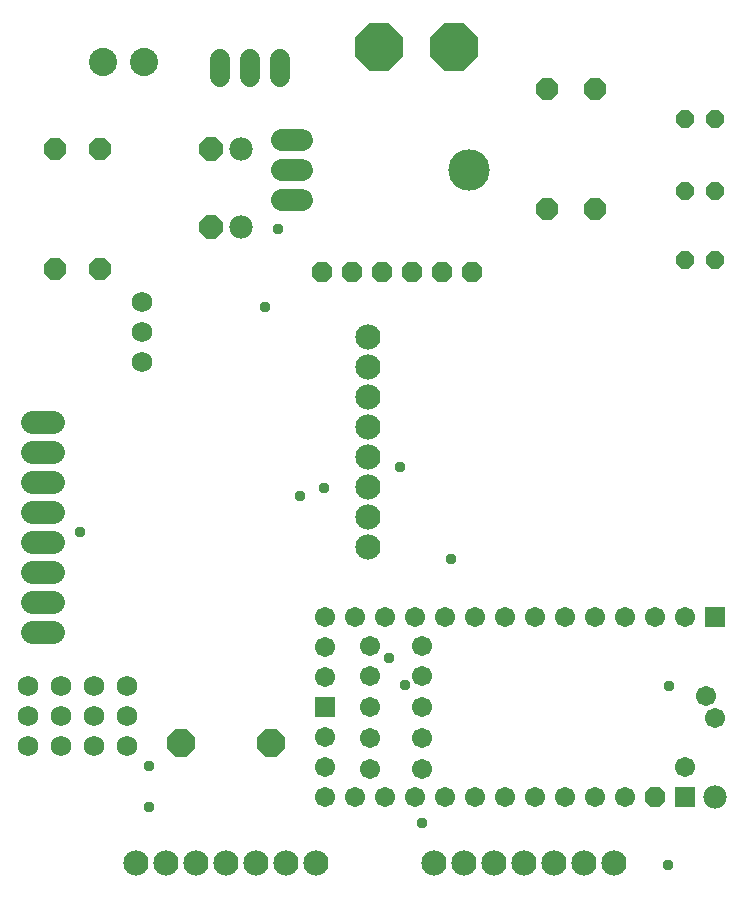
<source format=gbr>
G04 EAGLE Gerber RS-274X export*
G75*
%MOMM*%
%FSLAX34Y34*%
%LPD*%
%INSoldermask Bottom*%
%IPPOS*%
%AMOC8*
5,1,8,0,0,1.08239X$1,22.5*%
G01*
%ADD10P,4.343848X8X22.500000*%
%ADD11P,1.649562X8X22.500000*%
%ADD12C,1.879600*%
%ADD13C,3.505200*%
%ADD14C,2.387600*%
%ADD15C,1.727200*%
%ADD16P,2.034460X8X292.500000*%
%ADD17P,2.034460X8X112.500000*%
%ADD18C,1.727200*%
%ADD19P,2.556822X8X202.500000*%
%ADD20R,1.711200X1.711200*%
%ADD21C,1.981200*%
%ADD22P,1.852186X8X292.500000*%
%ADD23C,1.711200*%
%ADD24C,2.133600*%
%ADD25C,1.981200*%
%ADD26P,1.869504X8X292.500000*%
%ADD27P,2.144431X8X202.500000*%
%ADD28C,0.959600*%


D10*
X388620Y855980D03*
X325120Y855980D03*
D11*
X584200Y734060D03*
X609600Y734060D03*
X584200Y675640D03*
X609600Y675640D03*
D12*
X259842Y777240D02*
X243078Y777240D01*
X243078Y751840D02*
X259842Y751840D01*
X259842Y726440D02*
X243078Y726440D01*
D13*
X401320Y751840D03*
D14*
X91220Y843280D03*
X126220Y843280D03*
D15*
X190500Y845820D02*
X190500Y830580D01*
X215900Y830580D02*
X215900Y845820D01*
X241300Y845820D02*
X241300Y830580D01*
D16*
X50800Y769620D03*
X50800Y668020D03*
X88900Y769620D03*
X88900Y668020D03*
D17*
X508000Y718820D03*
X508000Y820420D03*
D11*
X584200Y795020D03*
X609600Y795020D03*
D18*
X27940Y264160D03*
X27940Y289560D03*
X27940Y314960D03*
X55880Y264160D03*
X55880Y289560D03*
X55880Y314960D03*
X83820Y264160D03*
X83820Y289560D03*
X83820Y314960D03*
X111760Y264160D03*
X111760Y289560D03*
X111760Y314960D03*
D19*
X233680Y266700D03*
X157480Y266700D03*
D20*
X609600Y373380D03*
X279400Y297180D03*
X584200Y220980D03*
D21*
X609600Y220980D03*
D22*
X558800Y220980D03*
D23*
X279400Y322580D03*
X279400Y347980D03*
X279400Y271780D03*
X279400Y246380D03*
X279400Y220980D03*
X279400Y373380D03*
X584200Y373380D03*
X558800Y373380D03*
X533400Y373380D03*
X508000Y373380D03*
X482600Y373380D03*
X457200Y373380D03*
X431800Y373380D03*
X406400Y373380D03*
X381000Y373380D03*
X355600Y373380D03*
X330200Y373380D03*
X304800Y373380D03*
X584200Y246380D03*
X304800Y220980D03*
X330200Y220980D03*
X355600Y220980D03*
X381000Y220980D03*
X406400Y220980D03*
X431800Y220980D03*
X457200Y220980D03*
X482600Y220980D03*
X508000Y220980D03*
X533400Y220980D03*
X317500Y245110D03*
X317500Y271145D03*
X317500Y297180D03*
X317500Y323215D03*
X317500Y349250D03*
X361950Y245110D03*
X361950Y271145D03*
X361950Y297180D03*
X361950Y323215D03*
X361950Y349250D03*
X609600Y288180D03*
X602000Y306180D03*
D24*
X524510Y165100D03*
X499110Y165100D03*
X473710Y165100D03*
X448310Y165100D03*
X422910Y165100D03*
X397510Y165100D03*
X372110Y165100D03*
X195580Y165100D03*
X220980Y165100D03*
X170180Y165100D03*
X144780Y165100D03*
X246380Y165100D03*
X271780Y165100D03*
X119380Y165100D03*
D25*
X49530Y462280D02*
X31750Y462280D01*
X31750Y436880D02*
X49530Y436880D01*
X49530Y487680D02*
X31750Y487680D01*
X31750Y513080D02*
X49530Y513080D01*
X49530Y538480D02*
X31750Y538480D01*
X31750Y411480D02*
X49530Y411480D01*
X49530Y386080D02*
X31750Y386080D01*
X31750Y360680D02*
X49530Y360680D01*
D26*
X403860Y665480D03*
X378460Y665480D03*
X353060Y665480D03*
X327660Y665480D03*
X302260Y665480D03*
X276860Y665480D03*
D18*
X124460Y589280D03*
X124460Y614680D03*
X124460Y640080D03*
D27*
X182880Y703580D03*
D21*
X208280Y703580D03*
D27*
X182880Y769620D03*
D21*
X208280Y769620D03*
D17*
X467360Y718820D03*
X467360Y820420D03*
D24*
X316010Y534190D03*
X316010Y508790D03*
X316010Y483390D03*
X316010Y457990D03*
X316010Y559590D03*
X316010Y584990D03*
X316010Y610390D03*
X316010Y432590D03*
D28*
X361188Y198882D03*
X130302Y246888D03*
X130302Y212598D03*
X258318Y475488D03*
X278892Y482346D03*
X72094Y445498D03*
X228600Y635508D03*
X386334Y422910D03*
X570220Y163600D03*
X570580Y315340D03*
X347472Y315468D03*
X333756Y338328D03*
X342900Y500634D03*
X240030Y701802D03*
M02*

</source>
